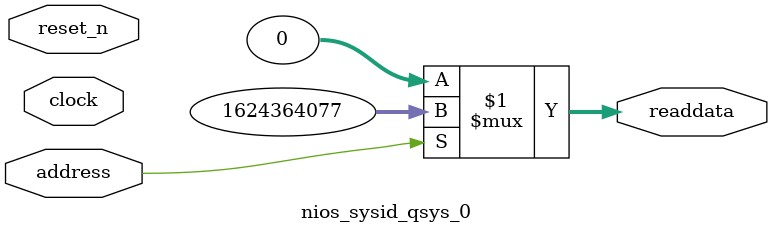
<source format=v>

`timescale 1ns / 1ps
// synthesis translate_on

// turn off superfluous verilog processor warnings 
// altera message_level Level1 
// altera message_off 10034 10035 10036 10037 10230 10240 10030 

module nios_sysid_qsys_0 (
               // inputs:
                address,
                clock,
                reset_n,

               // outputs:
                readdata
             )
;

  output  [ 31: 0] readdata;
  input            address;
  input            clock;
  input            reset_n;

  wire    [ 31: 0] readdata;
  //control_slave, which is an e_avalon_slave
  assign readdata = address ? 1624364077 : 0;

endmodule




</source>
